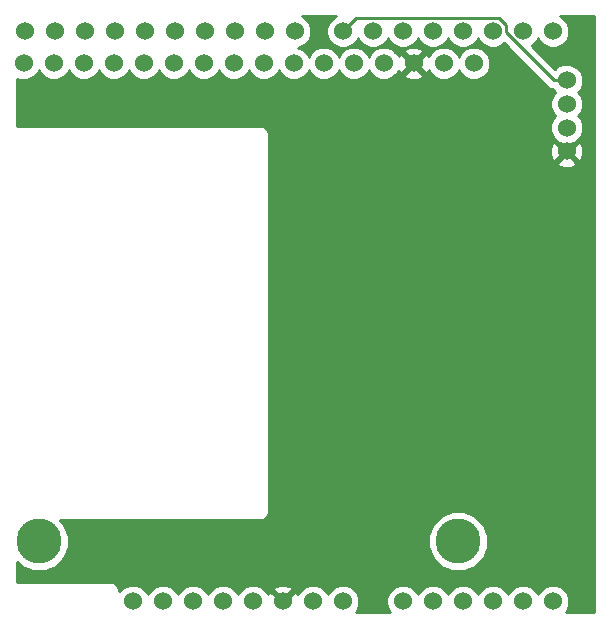
<source format=gbl>
G04 #@! TF.FileFunction,Copper,L2,Bot,Signal*
%FSLAX46Y46*%
G04 Gerber Fmt 4.6, Leading zero omitted, Abs format (unit mm)*
G04 Created by KiCad (PCBNEW 4.0.2-stable) date Saturday, September 10, 2016 'AMt' 11:06:01 AM*
%MOMM*%
G01*
G04 APERTURE LIST*
%ADD10C,0.100000*%
%ADD11C,1.524000*%
%ADD12C,3.810000*%
%ADD13C,0.250000*%
%ADD14C,0.254000*%
G04 APERTURE END LIST*
D10*
D11*
X168656000Y-84376000D03*
X168656000Y-86376000D03*
X168656000Y-88376000D03*
X168656000Y-90376000D03*
X167501100Y-128463600D03*
X164961100Y-128463600D03*
X162421100Y-128463600D03*
X154801100Y-128463600D03*
X157341100Y-128463600D03*
X159881100Y-128463600D03*
X149721100Y-128463600D03*
X147181100Y-128463600D03*
X144641100Y-128463600D03*
X139561100Y-128463600D03*
X137021100Y-128463600D03*
X167501100Y-80203600D03*
X164961100Y-80203600D03*
X162421100Y-80203600D03*
X159881100Y-80203600D03*
X157341100Y-80203600D03*
X154801100Y-80203600D03*
X152261100Y-80203600D03*
X149721100Y-80203600D03*
X145657100Y-80203600D03*
X143117100Y-80203600D03*
X140577100Y-80203600D03*
X138037100Y-80203600D03*
X135497100Y-80203600D03*
X132957100Y-80203600D03*
X130417100Y-80203600D03*
X127877100Y-80203600D03*
X142101100Y-128463600D03*
X125337100Y-80203600D03*
X122797100Y-80203600D03*
X134481100Y-128463600D03*
X131941100Y-128463600D03*
D12*
X123982000Y-123406000D03*
D11*
X160782000Y-82931000D03*
X158242000Y-82931000D03*
X155702000Y-82931000D03*
X153162000Y-82931000D03*
X150622000Y-82931000D03*
X148082000Y-82931000D03*
X145542000Y-82931000D03*
X143002000Y-82931000D03*
X140462000Y-82931000D03*
X137922000Y-82931000D03*
X135382000Y-82931000D03*
X132842000Y-82931000D03*
X130302000Y-82931000D03*
X127762000Y-82931000D03*
X125222000Y-82931000D03*
X122682000Y-82931000D03*
D12*
X159482000Y-123406000D03*
D13*
X168656000Y-84376000D02*
X167578370Y-84376000D01*
X163508101Y-79681839D02*
X162942861Y-79116599D01*
X167578370Y-84376000D02*
X163508101Y-80305731D01*
X163508101Y-80305731D02*
X163508101Y-79681839D01*
X162942861Y-79116599D02*
X150808101Y-79116599D01*
X150808101Y-79116599D02*
X150483099Y-79441601D01*
X150483099Y-79441601D02*
X149721100Y-80203600D01*
D14*
G36*
X148930797Y-79018590D02*
X148537471Y-79411230D01*
X148324343Y-79924500D01*
X148323858Y-80480261D01*
X148536090Y-80993903D01*
X148928730Y-81387229D01*
X149442000Y-81600357D01*
X149997761Y-81600842D01*
X150511403Y-81388610D01*
X150904729Y-80995970D01*
X150991049Y-80788088D01*
X151076090Y-80993903D01*
X151468730Y-81387229D01*
X151982000Y-81600357D01*
X152537761Y-81600842D01*
X153051403Y-81388610D01*
X153444729Y-80995970D01*
X153531049Y-80788088D01*
X153616090Y-80993903D01*
X154008730Y-81387229D01*
X154522000Y-81600357D01*
X155077761Y-81600842D01*
X155591403Y-81388610D01*
X155984729Y-80995970D01*
X156071049Y-80788088D01*
X156156090Y-80993903D01*
X156548730Y-81387229D01*
X157062000Y-81600357D01*
X157617761Y-81600842D01*
X158131403Y-81388610D01*
X158524729Y-80995970D01*
X158611049Y-80788088D01*
X158696090Y-80993903D01*
X159088730Y-81387229D01*
X159602000Y-81600357D01*
X160157761Y-81600842D01*
X160671403Y-81388610D01*
X161064729Y-80995970D01*
X161151049Y-80788088D01*
X161236090Y-80993903D01*
X161628730Y-81387229D01*
X162142000Y-81600357D01*
X162697761Y-81600842D01*
X163211403Y-81388610D01*
X163363924Y-81236356D01*
X167040969Y-84913401D01*
X167287531Y-85078148D01*
X167447732Y-85110014D01*
X167470990Y-85166303D01*
X167680342Y-85376021D01*
X167472371Y-85583630D01*
X167259243Y-86096900D01*
X167258758Y-86652661D01*
X167470990Y-87166303D01*
X167680342Y-87376021D01*
X167472371Y-87583630D01*
X167259243Y-88096900D01*
X167258758Y-88652661D01*
X167470990Y-89166303D01*
X167863630Y-89559629D01*
X168129727Y-89670122D01*
X168656000Y-90196395D01*
X169182302Y-89670093D01*
X169446303Y-89561010D01*
X169839629Y-89168370D01*
X170052757Y-88655100D01*
X170053242Y-88099339D01*
X169841010Y-87585697D01*
X169631658Y-87375979D01*
X169839629Y-87168370D01*
X170052757Y-86655100D01*
X170053242Y-86099339D01*
X169841010Y-85585697D01*
X169631658Y-85375979D01*
X169839629Y-85168370D01*
X170052757Y-84655100D01*
X170053242Y-84099339D01*
X169841010Y-83585697D01*
X169448370Y-83192371D01*
X168935100Y-82979243D01*
X168379339Y-82978758D01*
X167865697Y-83190990D01*
X167666756Y-83389584D01*
X165690816Y-81413644D01*
X165751403Y-81388610D01*
X166144729Y-80995970D01*
X166231049Y-80788088D01*
X166316090Y-80993903D01*
X166708730Y-81387229D01*
X167222000Y-81600357D01*
X167777761Y-81600842D01*
X168291403Y-81388610D01*
X168684729Y-80995970D01*
X168897857Y-80482700D01*
X168898342Y-79926939D01*
X168686110Y-79413297D01*
X168293470Y-79019971D01*
X168105695Y-78942000D01*
X170994000Y-78942000D01*
X170994000Y-129338000D01*
X168602556Y-129338000D01*
X168684729Y-129255970D01*
X168897857Y-128742700D01*
X168898342Y-128186939D01*
X168686110Y-127673297D01*
X168293470Y-127279971D01*
X167780200Y-127066843D01*
X167224439Y-127066358D01*
X166710797Y-127278590D01*
X166317471Y-127671230D01*
X166231151Y-127879112D01*
X166146110Y-127673297D01*
X165753470Y-127279971D01*
X165240200Y-127066843D01*
X164684439Y-127066358D01*
X164170797Y-127278590D01*
X163777471Y-127671230D01*
X163691151Y-127879112D01*
X163606110Y-127673297D01*
X163213470Y-127279971D01*
X162700200Y-127066843D01*
X162144439Y-127066358D01*
X161630797Y-127278590D01*
X161237471Y-127671230D01*
X161151151Y-127879112D01*
X161066110Y-127673297D01*
X160673470Y-127279971D01*
X160160200Y-127066843D01*
X159604439Y-127066358D01*
X159090797Y-127278590D01*
X158697471Y-127671230D01*
X158611151Y-127879112D01*
X158526110Y-127673297D01*
X158133470Y-127279971D01*
X157620200Y-127066843D01*
X157064439Y-127066358D01*
X156550797Y-127278590D01*
X156157471Y-127671230D01*
X156071151Y-127879112D01*
X155986110Y-127673297D01*
X155593470Y-127279971D01*
X155080200Y-127066843D01*
X154524439Y-127066358D01*
X154010797Y-127278590D01*
X153617471Y-127671230D01*
X153404343Y-128184500D01*
X153403858Y-128740261D01*
X153616090Y-129253903D01*
X153700040Y-129338000D01*
X150822556Y-129338000D01*
X150904729Y-129255970D01*
X151117857Y-128742700D01*
X151118342Y-128186939D01*
X150906110Y-127673297D01*
X150513470Y-127279971D01*
X150000200Y-127066843D01*
X149444439Y-127066358D01*
X148930797Y-127278590D01*
X148537471Y-127671230D01*
X148451151Y-127879112D01*
X148366110Y-127673297D01*
X147973470Y-127279971D01*
X147460200Y-127066843D01*
X146904439Y-127066358D01*
X146390797Y-127278590D01*
X145997471Y-127671230D01*
X145917705Y-127863327D01*
X145863497Y-127732457D01*
X145621313Y-127662992D01*
X144820705Y-128463600D01*
X144834848Y-128477743D01*
X144655243Y-128657348D01*
X144641100Y-128643205D01*
X144626958Y-128657348D01*
X144447353Y-128477743D01*
X144461495Y-128463600D01*
X143660887Y-127662992D01*
X143418703Y-127732457D01*
X143368591Y-127872918D01*
X143286110Y-127673297D01*
X143096532Y-127483387D01*
X143840492Y-127483387D01*
X144641100Y-128283995D01*
X145441708Y-127483387D01*
X145372243Y-127241203D01*
X144848798Y-127054456D01*
X144293732Y-127082238D01*
X143909957Y-127241203D01*
X143840492Y-127483387D01*
X143096532Y-127483387D01*
X142893470Y-127279971D01*
X142380200Y-127066843D01*
X141824439Y-127066358D01*
X141310797Y-127278590D01*
X140917471Y-127671230D01*
X140831151Y-127879112D01*
X140746110Y-127673297D01*
X140353470Y-127279971D01*
X139840200Y-127066843D01*
X139284439Y-127066358D01*
X138770797Y-127278590D01*
X138377471Y-127671230D01*
X138291151Y-127879112D01*
X138206110Y-127673297D01*
X137813470Y-127279971D01*
X137300200Y-127066843D01*
X136744439Y-127066358D01*
X136230797Y-127278590D01*
X135837471Y-127671230D01*
X135751151Y-127879112D01*
X135666110Y-127673297D01*
X135273470Y-127279971D01*
X134760200Y-127066843D01*
X134204439Y-127066358D01*
X133690797Y-127278590D01*
X133297471Y-127671230D01*
X133211151Y-127879112D01*
X133126110Y-127673297D01*
X132733470Y-127279971D01*
X132220200Y-127066843D01*
X131664439Y-127066358D01*
X131150797Y-127278590D01*
X130796845Y-127631924D01*
X130744212Y-127368758D01*
X130717525Y-127304520D01*
X130703954Y-127236295D01*
X130664899Y-127177845D01*
X130637930Y-127112928D01*
X130588693Y-127063794D01*
X130550046Y-127005954D01*
X130491596Y-126966899D01*
X130441837Y-126917244D01*
X130377541Y-126890690D01*
X130319705Y-126852046D01*
X130250762Y-126838332D01*
X130185786Y-126811498D01*
X130116224Y-126811571D01*
X130048000Y-126798000D01*
X122122000Y-126798000D01*
X122122000Y-125137993D01*
X122541327Y-125558052D01*
X123474546Y-125945559D01*
X124485021Y-125946440D01*
X125418915Y-125560563D01*
X126134052Y-124846673D01*
X126521559Y-123913454D01*
X126521562Y-123909021D01*
X156941560Y-123909021D01*
X157327437Y-124842915D01*
X158041327Y-125558052D01*
X158974546Y-125945559D01*
X159985021Y-125946440D01*
X160918915Y-125560563D01*
X161634052Y-124846673D01*
X162021559Y-123913454D01*
X162022440Y-122902979D01*
X161636563Y-121969085D01*
X160922673Y-121253948D01*
X159989454Y-120866441D01*
X158978979Y-120865560D01*
X158045085Y-121251437D01*
X157329948Y-121965327D01*
X156942441Y-122898546D01*
X156941560Y-123909021D01*
X126521562Y-123909021D01*
X126522440Y-122902979D01*
X126136563Y-121969085D01*
X125782097Y-121614000D01*
X142748000Y-121614000D01*
X143019705Y-121559954D01*
X143250046Y-121406046D01*
X143403954Y-121175705D01*
X143458000Y-120904000D01*
X143458000Y-91356213D01*
X167855392Y-91356213D01*
X167924857Y-91598397D01*
X168448302Y-91785144D01*
X169003368Y-91757362D01*
X169387143Y-91598397D01*
X169456608Y-91356213D01*
X168656000Y-90555605D01*
X167855392Y-91356213D01*
X143458000Y-91356213D01*
X143458000Y-90168302D01*
X167246856Y-90168302D01*
X167274638Y-90723368D01*
X167433603Y-91107143D01*
X167675787Y-91176608D01*
X168476395Y-90376000D01*
X168835605Y-90376000D01*
X169636213Y-91176608D01*
X169878397Y-91107143D01*
X170065144Y-90583698D01*
X170037362Y-90028632D01*
X169878397Y-89644857D01*
X169636213Y-89575392D01*
X168835605Y-90376000D01*
X168476395Y-90376000D01*
X167675787Y-89575392D01*
X167433603Y-89644857D01*
X167246856Y-90168302D01*
X143458000Y-90168302D01*
X143458000Y-88900000D01*
X143403954Y-88628295D01*
X143250046Y-88397954D01*
X143019705Y-88244046D01*
X142748000Y-88190000D01*
X122122000Y-88190000D01*
X122122000Y-84211117D01*
X122402900Y-84327757D01*
X122958661Y-84328242D01*
X123472303Y-84116010D01*
X123865629Y-83723370D01*
X123951949Y-83515488D01*
X124036990Y-83721303D01*
X124429630Y-84114629D01*
X124942900Y-84327757D01*
X125498661Y-84328242D01*
X126012303Y-84116010D01*
X126405629Y-83723370D01*
X126491949Y-83515488D01*
X126576990Y-83721303D01*
X126969630Y-84114629D01*
X127482900Y-84327757D01*
X128038661Y-84328242D01*
X128552303Y-84116010D01*
X128945629Y-83723370D01*
X129031949Y-83515488D01*
X129116990Y-83721303D01*
X129509630Y-84114629D01*
X130022900Y-84327757D01*
X130578661Y-84328242D01*
X131092303Y-84116010D01*
X131485629Y-83723370D01*
X131571949Y-83515488D01*
X131656990Y-83721303D01*
X132049630Y-84114629D01*
X132562900Y-84327757D01*
X133118661Y-84328242D01*
X133632303Y-84116010D01*
X134025629Y-83723370D01*
X134111949Y-83515488D01*
X134196990Y-83721303D01*
X134589630Y-84114629D01*
X135102900Y-84327757D01*
X135658661Y-84328242D01*
X136172303Y-84116010D01*
X136565629Y-83723370D01*
X136651949Y-83515488D01*
X136736990Y-83721303D01*
X137129630Y-84114629D01*
X137642900Y-84327757D01*
X138198661Y-84328242D01*
X138712303Y-84116010D01*
X139105629Y-83723370D01*
X139191949Y-83515488D01*
X139276990Y-83721303D01*
X139669630Y-84114629D01*
X140182900Y-84327757D01*
X140738661Y-84328242D01*
X141252303Y-84116010D01*
X141645629Y-83723370D01*
X141731949Y-83515488D01*
X141816990Y-83721303D01*
X142209630Y-84114629D01*
X142722900Y-84327757D01*
X143278661Y-84328242D01*
X143792303Y-84116010D01*
X144185629Y-83723370D01*
X144271949Y-83515488D01*
X144356990Y-83721303D01*
X144749630Y-84114629D01*
X145262900Y-84327757D01*
X145818661Y-84328242D01*
X146332303Y-84116010D01*
X146725629Y-83723370D01*
X146811949Y-83515488D01*
X146896990Y-83721303D01*
X147289630Y-84114629D01*
X147802900Y-84327757D01*
X148358661Y-84328242D01*
X148872303Y-84116010D01*
X149265629Y-83723370D01*
X149351949Y-83515488D01*
X149436990Y-83721303D01*
X149829630Y-84114629D01*
X150342900Y-84327757D01*
X150898661Y-84328242D01*
X151412303Y-84116010D01*
X151805629Y-83723370D01*
X151891949Y-83515488D01*
X151976990Y-83721303D01*
X152369630Y-84114629D01*
X152882900Y-84327757D01*
X153438661Y-84328242D01*
X153952303Y-84116010D01*
X154157457Y-83911213D01*
X154901392Y-83911213D01*
X154970857Y-84153397D01*
X155494302Y-84340144D01*
X156049368Y-84312362D01*
X156433143Y-84153397D01*
X156502608Y-83911213D01*
X155702000Y-83110605D01*
X154901392Y-83911213D01*
X154157457Y-83911213D01*
X154345629Y-83723370D01*
X154425395Y-83531273D01*
X154479603Y-83662143D01*
X154721787Y-83731608D01*
X155522395Y-82931000D01*
X155881605Y-82931000D01*
X156682213Y-83731608D01*
X156924397Y-83662143D01*
X156974509Y-83521682D01*
X157056990Y-83721303D01*
X157449630Y-84114629D01*
X157962900Y-84327757D01*
X158518661Y-84328242D01*
X159032303Y-84116010D01*
X159425629Y-83723370D01*
X159511949Y-83515488D01*
X159596990Y-83721303D01*
X159989630Y-84114629D01*
X160502900Y-84327757D01*
X161058661Y-84328242D01*
X161572303Y-84116010D01*
X161965629Y-83723370D01*
X162178757Y-83210100D01*
X162179242Y-82654339D01*
X161967010Y-82140697D01*
X161574370Y-81747371D01*
X161061100Y-81534243D01*
X160505339Y-81533758D01*
X159991697Y-81745990D01*
X159598371Y-82138630D01*
X159512051Y-82346512D01*
X159427010Y-82140697D01*
X159034370Y-81747371D01*
X158521100Y-81534243D01*
X157965339Y-81533758D01*
X157451697Y-81745990D01*
X157058371Y-82138630D01*
X156978605Y-82330727D01*
X156924397Y-82199857D01*
X156682213Y-82130392D01*
X155881605Y-82931000D01*
X155522395Y-82931000D01*
X154721787Y-82130392D01*
X154479603Y-82199857D01*
X154429491Y-82340318D01*
X154347010Y-82140697D01*
X154157432Y-81950787D01*
X154901392Y-81950787D01*
X155702000Y-82751395D01*
X156502608Y-81950787D01*
X156433143Y-81708603D01*
X155909698Y-81521856D01*
X155354632Y-81549638D01*
X154970857Y-81708603D01*
X154901392Y-81950787D01*
X154157432Y-81950787D01*
X153954370Y-81747371D01*
X153441100Y-81534243D01*
X152885339Y-81533758D01*
X152371697Y-81745990D01*
X151978371Y-82138630D01*
X151892051Y-82346512D01*
X151807010Y-82140697D01*
X151414370Y-81747371D01*
X150901100Y-81534243D01*
X150345339Y-81533758D01*
X149831697Y-81745990D01*
X149438371Y-82138630D01*
X149352051Y-82346512D01*
X149267010Y-82140697D01*
X148874370Y-81747371D01*
X148361100Y-81534243D01*
X147805339Y-81533758D01*
X147291697Y-81745990D01*
X146898371Y-82138630D01*
X146812051Y-82346512D01*
X146727010Y-82140697D01*
X146334370Y-81747371D01*
X145957684Y-81590957D01*
X146447403Y-81388610D01*
X146840729Y-80995970D01*
X147053857Y-80482700D01*
X147054342Y-79926939D01*
X146842110Y-79413297D01*
X146449470Y-79019971D01*
X146261695Y-78942000D01*
X149116159Y-78942000D01*
X148930797Y-79018590D01*
X148930797Y-79018590D01*
G37*
X148930797Y-79018590D02*
X148537471Y-79411230D01*
X148324343Y-79924500D01*
X148323858Y-80480261D01*
X148536090Y-80993903D01*
X148928730Y-81387229D01*
X149442000Y-81600357D01*
X149997761Y-81600842D01*
X150511403Y-81388610D01*
X150904729Y-80995970D01*
X150991049Y-80788088D01*
X151076090Y-80993903D01*
X151468730Y-81387229D01*
X151982000Y-81600357D01*
X152537761Y-81600842D01*
X153051403Y-81388610D01*
X153444729Y-80995970D01*
X153531049Y-80788088D01*
X153616090Y-80993903D01*
X154008730Y-81387229D01*
X154522000Y-81600357D01*
X155077761Y-81600842D01*
X155591403Y-81388610D01*
X155984729Y-80995970D01*
X156071049Y-80788088D01*
X156156090Y-80993903D01*
X156548730Y-81387229D01*
X157062000Y-81600357D01*
X157617761Y-81600842D01*
X158131403Y-81388610D01*
X158524729Y-80995970D01*
X158611049Y-80788088D01*
X158696090Y-80993903D01*
X159088730Y-81387229D01*
X159602000Y-81600357D01*
X160157761Y-81600842D01*
X160671403Y-81388610D01*
X161064729Y-80995970D01*
X161151049Y-80788088D01*
X161236090Y-80993903D01*
X161628730Y-81387229D01*
X162142000Y-81600357D01*
X162697761Y-81600842D01*
X163211403Y-81388610D01*
X163363924Y-81236356D01*
X167040969Y-84913401D01*
X167287531Y-85078148D01*
X167447732Y-85110014D01*
X167470990Y-85166303D01*
X167680342Y-85376021D01*
X167472371Y-85583630D01*
X167259243Y-86096900D01*
X167258758Y-86652661D01*
X167470990Y-87166303D01*
X167680342Y-87376021D01*
X167472371Y-87583630D01*
X167259243Y-88096900D01*
X167258758Y-88652661D01*
X167470990Y-89166303D01*
X167863630Y-89559629D01*
X168129727Y-89670122D01*
X168656000Y-90196395D01*
X169182302Y-89670093D01*
X169446303Y-89561010D01*
X169839629Y-89168370D01*
X170052757Y-88655100D01*
X170053242Y-88099339D01*
X169841010Y-87585697D01*
X169631658Y-87375979D01*
X169839629Y-87168370D01*
X170052757Y-86655100D01*
X170053242Y-86099339D01*
X169841010Y-85585697D01*
X169631658Y-85375979D01*
X169839629Y-85168370D01*
X170052757Y-84655100D01*
X170053242Y-84099339D01*
X169841010Y-83585697D01*
X169448370Y-83192371D01*
X168935100Y-82979243D01*
X168379339Y-82978758D01*
X167865697Y-83190990D01*
X167666756Y-83389584D01*
X165690816Y-81413644D01*
X165751403Y-81388610D01*
X166144729Y-80995970D01*
X166231049Y-80788088D01*
X166316090Y-80993903D01*
X166708730Y-81387229D01*
X167222000Y-81600357D01*
X167777761Y-81600842D01*
X168291403Y-81388610D01*
X168684729Y-80995970D01*
X168897857Y-80482700D01*
X168898342Y-79926939D01*
X168686110Y-79413297D01*
X168293470Y-79019971D01*
X168105695Y-78942000D01*
X170994000Y-78942000D01*
X170994000Y-129338000D01*
X168602556Y-129338000D01*
X168684729Y-129255970D01*
X168897857Y-128742700D01*
X168898342Y-128186939D01*
X168686110Y-127673297D01*
X168293470Y-127279971D01*
X167780200Y-127066843D01*
X167224439Y-127066358D01*
X166710797Y-127278590D01*
X166317471Y-127671230D01*
X166231151Y-127879112D01*
X166146110Y-127673297D01*
X165753470Y-127279971D01*
X165240200Y-127066843D01*
X164684439Y-127066358D01*
X164170797Y-127278590D01*
X163777471Y-127671230D01*
X163691151Y-127879112D01*
X163606110Y-127673297D01*
X163213470Y-127279971D01*
X162700200Y-127066843D01*
X162144439Y-127066358D01*
X161630797Y-127278590D01*
X161237471Y-127671230D01*
X161151151Y-127879112D01*
X161066110Y-127673297D01*
X160673470Y-127279971D01*
X160160200Y-127066843D01*
X159604439Y-127066358D01*
X159090797Y-127278590D01*
X158697471Y-127671230D01*
X158611151Y-127879112D01*
X158526110Y-127673297D01*
X158133470Y-127279971D01*
X157620200Y-127066843D01*
X157064439Y-127066358D01*
X156550797Y-127278590D01*
X156157471Y-127671230D01*
X156071151Y-127879112D01*
X155986110Y-127673297D01*
X155593470Y-127279971D01*
X155080200Y-127066843D01*
X154524439Y-127066358D01*
X154010797Y-127278590D01*
X153617471Y-127671230D01*
X153404343Y-128184500D01*
X153403858Y-128740261D01*
X153616090Y-129253903D01*
X153700040Y-129338000D01*
X150822556Y-129338000D01*
X150904729Y-129255970D01*
X151117857Y-128742700D01*
X151118342Y-128186939D01*
X150906110Y-127673297D01*
X150513470Y-127279971D01*
X150000200Y-127066843D01*
X149444439Y-127066358D01*
X148930797Y-127278590D01*
X148537471Y-127671230D01*
X148451151Y-127879112D01*
X148366110Y-127673297D01*
X147973470Y-127279971D01*
X147460200Y-127066843D01*
X146904439Y-127066358D01*
X146390797Y-127278590D01*
X145997471Y-127671230D01*
X145917705Y-127863327D01*
X145863497Y-127732457D01*
X145621313Y-127662992D01*
X144820705Y-128463600D01*
X144834848Y-128477743D01*
X144655243Y-128657348D01*
X144641100Y-128643205D01*
X144626958Y-128657348D01*
X144447353Y-128477743D01*
X144461495Y-128463600D01*
X143660887Y-127662992D01*
X143418703Y-127732457D01*
X143368591Y-127872918D01*
X143286110Y-127673297D01*
X143096532Y-127483387D01*
X143840492Y-127483387D01*
X144641100Y-128283995D01*
X145441708Y-127483387D01*
X145372243Y-127241203D01*
X144848798Y-127054456D01*
X144293732Y-127082238D01*
X143909957Y-127241203D01*
X143840492Y-127483387D01*
X143096532Y-127483387D01*
X142893470Y-127279971D01*
X142380200Y-127066843D01*
X141824439Y-127066358D01*
X141310797Y-127278590D01*
X140917471Y-127671230D01*
X140831151Y-127879112D01*
X140746110Y-127673297D01*
X140353470Y-127279971D01*
X139840200Y-127066843D01*
X139284439Y-127066358D01*
X138770797Y-127278590D01*
X138377471Y-127671230D01*
X138291151Y-127879112D01*
X138206110Y-127673297D01*
X137813470Y-127279971D01*
X137300200Y-127066843D01*
X136744439Y-127066358D01*
X136230797Y-127278590D01*
X135837471Y-127671230D01*
X135751151Y-127879112D01*
X135666110Y-127673297D01*
X135273470Y-127279971D01*
X134760200Y-127066843D01*
X134204439Y-127066358D01*
X133690797Y-127278590D01*
X133297471Y-127671230D01*
X133211151Y-127879112D01*
X133126110Y-127673297D01*
X132733470Y-127279971D01*
X132220200Y-127066843D01*
X131664439Y-127066358D01*
X131150797Y-127278590D01*
X130796845Y-127631924D01*
X130744212Y-127368758D01*
X130717525Y-127304520D01*
X130703954Y-127236295D01*
X130664899Y-127177845D01*
X130637930Y-127112928D01*
X130588693Y-127063794D01*
X130550046Y-127005954D01*
X130491596Y-126966899D01*
X130441837Y-126917244D01*
X130377541Y-126890690D01*
X130319705Y-126852046D01*
X130250762Y-126838332D01*
X130185786Y-126811498D01*
X130116224Y-126811571D01*
X130048000Y-126798000D01*
X122122000Y-126798000D01*
X122122000Y-125137993D01*
X122541327Y-125558052D01*
X123474546Y-125945559D01*
X124485021Y-125946440D01*
X125418915Y-125560563D01*
X126134052Y-124846673D01*
X126521559Y-123913454D01*
X126521562Y-123909021D01*
X156941560Y-123909021D01*
X157327437Y-124842915D01*
X158041327Y-125558052D01*
X158974546Y-125945559D01*
X159985021Y-125946440D01*
X160918915Y-125560563D01*
X161634052Y-124846673D01*
X162021559Y-123913454D01*
X162022440Y-122902979D01*
X161636563Y-121969085D01*
X160922673Y-121253948D01*
X159989454Y-120866441D01*
X158978979Y-120865560D01*
X158045085Y-121251437D01*
X157329948Y-121965327D01*
X156942441Y-122898546D01*
X156941560Y-123909021D01*
X126521562Y-123909021D01*
X126522440Y-122902979D01*
X126136563Y-121969085D01*
X125782097Y-121614000D01*
X142748000Y-121614000D01*
X143019705Y-121559954D01*
X143250046Y-121406046D01*
X143403954Y-121175705D01*
X143458000Y-120904000D01*
X143458000Y-91356213D01*
X167855392Y-91356213D01*
X167924857Y-91598397D01*
X168448302Y-91785144D01*
X169003368Y-91757362D01*
X169387143Y-91598397D01*
X169456608Y-91356213D01*
X168656000Y-90555605D01*
X167855392Y-91356213D01*
X143458000Y-91356213D01*
X143458000Y-90168302D01*
X167246856Y-90168302D01*
X167274638Y-90723368D01*
X167433603Y-91107143D01*
X167675787Y-91176608D01*
X168476395Y-90376000D01*
X168835605Y-90376000D01*
X169636213Y-91176608D01*
X169878397Y-91107143D01*
X170065144Y-90583698D01*
X170037362Y-90028632D01*
X169878397Y-89644857D01*
X169636213Y-89575392D01*
X168835605Y-90376000D01*
X168476395Y-90376000D01*
X167675787Y-89575392D01*
X167433603Y-89644857D01*
X167246856Y-90168302D01*
X143458000Y-90168302D01*
X143458000Y-88900000D01*
X143403954Y-88628295D01*
X143250046Y-88397954D01*
X143019705Y-88244046D01*
X142748000Y-88190000D01*
X122122000Y-88190000D01*
X122122000Y-84211117D01*
X122402900Y-84327757D01*
X122958661Y-84328242D01*
X123472303Y-84116010D01*
X123865629Y-83723370D01*
X123951949Y-83515488D01*
X124036990Y-83721303D01*
X124429630Y-84114629D01*
X124942900Y-84327757D01*
X125498661Y-84328242D01*
X126012303Y-84116010D01*
X126405629Y-83723370D01*
X126491949Y-83515488D01*
X126576990Y-83721303D01*
X126969630Y-84114629D01*
X127482900Y-84327757D01*
X128038661Y-84328242D01*
X128552303Y-84116010D01*
X128945629Y-83723370D01*
X129031949Y-83515488D01*
X129116990Y-83721303D01*
X129509630Y-84114629D01*
X130022900Y-84327757D01*
X130578661Y-84328242D01*
X131092303Y-84116010D01*
X131485629Y-83723370D01*
X131571949Y-83515488D01*
X131656990Y-83721303D01*
X132049630Y-84114629D01*
X132562900Y-84327757D01*
X133118661Y-84328242D01*
X133632303Y-84116010D01*
X134025629Y-83723370D01*
X134111949Y-83515488D01*
X134196990Y-83721303D01*
X134589630Y-84114629D01*
X135102900Y-84327757D01*
X135658661Y-84328242D01*
X136172303Y-84116010D01*
X136565629Y-83723370D01*
X136651949Y-83515488D01*
X136736990Y-83721303D01*
X137129630Y-84114629D01*
X137642900Y-84327757D01*
X138198661Y-84328242D01*
X138712303Y-84116010D01*
X139105629Y-83723370D01*
X139191949Y-83515488D01*
X139276990Y-83721303D01*
X139669630Y-84114629D01*
X140182900Y-84327757D01*
X140738661Y-84328242D01*
X141252303Y-84116010D01*
X141645629Y-83723370D01*
X141731949Y-83515488D01*
X141816990Y-83721303D01*
X142209630Y-84114629D01*
X142722900Y-84327757D01*
X143278661Y-84328242D01*
X143792303Y-84116010D01*
X144185629Y-83723370D01*
X144271949Y-83515488D01*
X144356990Y-83721303D01*
X144749630Y-84114629D01*
X145262900Y-84327757D01*
X145818661Y-84328242D01*
X146332303Y-84116010D01*
X146725629Y-83723370D01*
X146811949Y-83515488D01*
X146896990Y-83721303D01*
X147289630Y-84114629D01*
X147802900Y-84327757D01*
X148358661Y-84328242D01*
X148872303Y-84116010D01*
X149265629Y-83723370D01*
X149351949Y-83515488D01*
X149436990Y-83721303D01*
X149829630Y-84114629D01*
X150342900Y-84327757D01*
X150898661Y-84328242D01*
X151412303Y-84116010D01*
X151805629Y-83723370D01*
X151891949Y-83515488D01*
X151976990Y-83721303D01*
X152369630Y-84114629D01*
X152882900Y-84327757D01*
X153438661Y-84328242D01*
X153952303Y-84116010D01*
X154157457Y-83911213D01*
X154901392Y-83911213D01*
X154970857Y-84153397D01*
X155494302Y-84340144D01*
X156049368Y-84312362D01*
X156433143Y-84153397D01*
X156502608Y-83911213D01*
X155702000Y-83110605D01*
X154901392Y-83911213D01*
X154157457Y-83911213D01*
X154345629Y-83723370D01*
X154425395Y-83531273D01*
X154479603Y-83662143D01*
X154721787Y-83731608D01*
X155522395Y-82931000D01*
X155881605Y-82931000D01*
X156682213Y-83731608D01*
X156924397Y-83662143D01*
X156974509Y-83521682D01*
X157056990Y-83721303D01*
X157449630Y-84114629D01*
X157962900Y-84327757D01*
X158518661Y-84328242D01*
X159032303Y-84116010D01*
X159425629Y-83723370D01*
X159511949Y-83515488D01*
X159596990Y-83721303D01*
X159989630Y-84114629D01*
X160502900Y-84327757D01*
X161058661Y-84328242D01*
X161572303Y-84116010D01*
X161965629Y-83723370D01*
X162178757Y-83210100D01*
X162179242Y-82654339D01*
X161967010Y-82140697D01*
X161574370Y-81747371D01*
X161061100Y-81534243D01*
X160505339Y-81533758D01*
X159991697Y-81745990D01*
X159598371Y-82138630D01*
X159512051Y-82346512D01*
X159427010Y-82140697D01*
X159034370Y-81747371D01*
X158521100Y-81534243D01*
X157965339Y-81533758D01*
X157451697Y-81745990D01*
X157058371Y-82138630D01*
X156978605Y-82330727D01*
X156924397Y-82199857D01*
X156682213Y-82130392D01*
X155881605Y-82931000D01*
X155522395Y-82931000D01*
X154721787Y-82130392D01*
X154479603Y-82199857D01*
X154429491Y-82340318D01*
X154347010Y-82140697D01*
X154157432Y-81950787D01*
X154901392Y-81950787D01*
X155702000Y-82751395D01*
X156502608Y-81950787D01*
X156433143Y-81708603D01*
X155909698Y-81521856D01*
X155354632Y-81549638D01*
X154970857Y-81708603D01*
X154901392Y-81950787D01*
X154157432Y-81950787D01*
X153954370Y-81747371D01*
X153441100Y-81534243D01*
X152885339Y-81533758D01*
X152371697Y-81745990D01*
X151978371Y-82138630D01*
X151892051Y-82346512D01*
X151807010Y-82140697D01*
X151414370Y-81747371D01*
X150901100Y-81534243D01*
X150345339Y-81533758D01*
X149831697Y-81745990D01*
X149438371Y-82138630D01*
X149352051Y-82346512D01*
X149267010Y-82140697D01*
X148874370Y-81747371D01*
X148361100Y-81534243D01*
X147805339Y-81533758D01*
X147291697Y-81745990D01*
X146898371Y-82138630D01*
X146812051Y-82346512D01*
X146727010Y-82140697D01*
X146334370Y-81747371D01*
X145957684Y-81590957D01*
X146447403Y-81388610D01*
X146840729Y-80995970D01*
X147053857Y-80482700D01*
X147054342Y-79926939D01*
X146842110Y-79413297D01*
X146449470Y-79019971D01*
X146261695Y-78942000D01*
X149116159Y-78942000D01*
X148930797Y-79018590D01*
M02*

</source>
